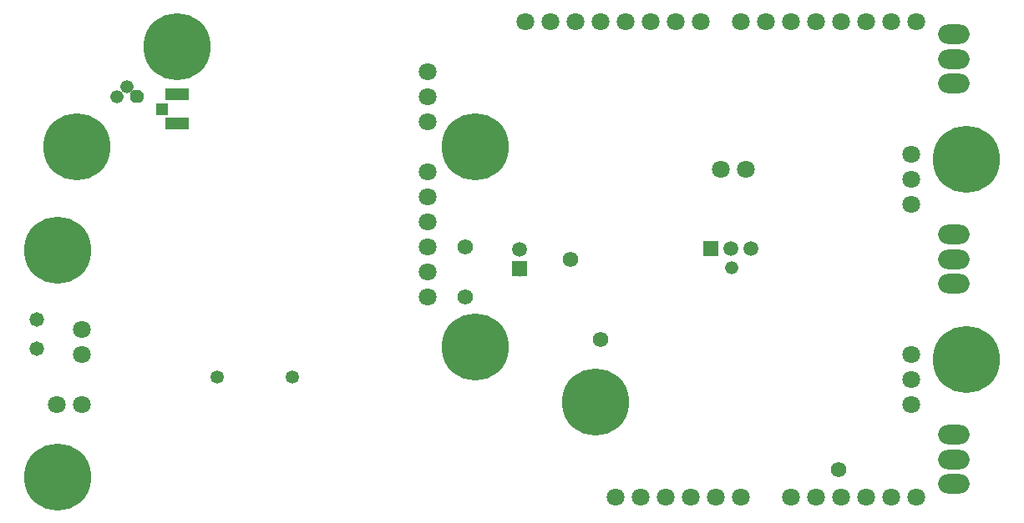
<source format=gbs>
G04*
G04 #@! TF.GenerationSoftware,Altium Limited,Altium Designer,25.8.1 (18)*
G04*
G04 Layer_Color=16711935*
%FSLAX26Y26*%
%MOIN*%
G70*
G04*
G04 #@! TF.SameCoordinates,277DE813-E379-449B-8D7A-86A471DF349A*
G04*
G04*
G04 #@! TF.FilePolarity,Negative*
G04*
G01*
G75*
%ADD81R,0.094614X0.049339*%
%ADD82R,0.049339X0.047370*%
%ADD90C,0.031622*%
%ADD91C,0.267842*%
%ADD92C,0.017874*%
%ADD93C,0.027874*%
%ADD94C,0.059496*%
%ADD95R,0.059496X0.059496*%
%ADD96C,0.070992*%
%ADD97C,0.028000*%
%ADD98C,0.052488*%
%ADD99P,0.039598X4X270.0*%
%ADD100C,0.058000*%
%ADD101C,0.061811*%
%ADD102O,0.126110X0.076898*%
%ADD103C,0.053150*%
%ADD104R,0.059181X0.059181*%
%ADD105C,0.059181*%
G36*
X-3098985Y1626218D02*
X-3098470Y1626116D01*
X-3097974Y1625948D01*
X-3097503Y1625716D01*
X-3097068Y1625424D01*
X-3096673Y1625079D01*
X-3085551Y1613957D01*
X-3085206Y1613562D01*
X-3084914Y1613126D01*
X-3084682Y1612656D01*
X-3084514Y1612160D01*
X-3084412Y1611645D01*
X-3084377Y1611122D01*
Y1588878D01*
X-3084412Y1588355D01*
X-3084514Y1587840D01*
X-3084682Y1587344D01*
X-3084914Y1586874D01*
X-3085206Y1586438D01*
X-3085551Y1586043D01*
X-3096673Y1574921D01*
X-3097068Y1574576D01*
X-3097503Y1574284D01*
X-3097974Y1574052D01*
X-3098470Y1573884D01*
X-3098985Y1573782D01*
X-3099508Y1573747D01*
X-3121752D01*
X-3122275Y1573782D01*
X-3122789Y1573884D01*
X-3123286Y1574052D01*
X-3123756Y1574284D01*
X-3124192Y1574576D01*
X-3124586Y1574921D01*
X-3135709Y1586043D01*
X-3136054Y1586438D01*
X-3136346Y1586874D01*
X-3136577Y1587344D01*
X-3136746Y1587840D01*
X-3136848Y1588355D01*
X-3136883Y1588878D01*
Y1611122D01*
X-3136848Y1611645D01*
X-3136746Y1612160D01*
X-3136577Y1612656D01*
X-3136345Y1613126D01*
X-3136054Y1613562D01*
X-3135709Y1613957D01*
X-3124586Y1625079D01*
X-3124192Y1625424D01*
X-3123756Y1625716D01*
X-3123286Y1625948D01*
X-3122789Y1626116D01*
X-3122275Y1626218D01*
X-3121752Y1626253D01*
X-3099508D01*
X-3098985Y1626218D01*
D02*
G37*
D81*
X-2950000Y1491929D02*
D03*
Y1608071D02*
D03*
D82*
X-3010039Y1550000D02*
D03*
D90*
X-1230787Y465239D02*
D03*
X-1194761Y429213D02*
D03*
X-1280000Y478425D02*
D03*
X-1329213Y465239D02*
D03*
X-1365239Y429213D02*
D03*
X-1378425Y380000D02*
D03*
X-1365239Y330787D02*
D03*
X-1329213Y294761D02*
D03*
X-1280000Y281575D02*
D03*
X-1230787Y294761D02*
D03*
X-1194761Y330787D02*
D03*
X-1181575Y380000D02*
D03*
X-3251575Y1400000D02*
D03*
X-3264761Y1350787D02*
D03*
X-3300787Y1314761D02*
D03*
X-3350000Y1301575D02*
D03*
X-3399213Y1314761D02*
D03*
X-3435239Y1350787D02*
D03*
X-3448425Y1400000D02*
D03*
X-3435239Y1449213D02*
D03*
X-3399213Y1485239D02*
D03*
X-3350000Y1498425D02*
D03*
X-3264761Y1449213D02*
D03*
X-3300787Y1485239D02*
D03*
X-2900787Y1885239D02*
D03*
X-2864761Y1849213D02*
D03*
X-2950000Y1898425D02*
D03*
X-2999213Y1885239D02*
D03*
X-3035239Y1849213D02*
D03*
X-3048425Y1800000D02*
D03*
X-3035239Y1750787D02*
D03*
X-2999213Y1714761D02*
D03*
X-2950000Y1701575D02*
D03*
X-2900787Y1714761D02*
D03*
X-2864761Y1750787D02*
D03*
X-2851575Y1800000D02*
D03*
X-1661575Y600000D02*
D03*
X-1674761Y550787D02*
D03*
X-1710787Y514761D02*
D03*
X-1760000Y501575D02*
D03*
X-1809213Y514761D02*
D03*
X-1845239Y550787D02*
D03*
X-1858425Y600000D02*
D03*
X-1845239Y649213D02*
D03*
X-1809213Y685239D02*
D03*
X-1760000Y698425D02*
D03*
X-1674761Y649213D02*
D03*
X-1710787Y685239D02*
D03*
X-1661575Y1400000D02*
D03*
X-1674761Y1350787D02*
D03*
X-1710787Y1314761D02*
D03*
X-1760000Y1301575D02*
D03*
X-1809213Y1314761D02*
D03*
X-1845239Y1350787D02*
D03*
X-1858425Y1400000D02*
D03*
X-1845239Y1449213D02*
D03*
X-1809213Y1485239D02*
D03*
X-1760000Y1498425D02*
D03*
X-1674761Y1449213D02*
D03*
X-1710787Y1485239D02*
D03*
X249213Y635239D02*
D03*
X285239Y599213D02*
D03*
X200000Y648425D02*
D03*
X150787Y635239D02*
D03*
X114761Y599213D02*
D03*
X101575Y550000D02*
D03*
X114761Y500787D02*
D03*
X150787Y464761D02*
D03*
X200000Y451575D02*
D03*
X249213Y464761D02*
D03*
X285239Y500787D02*
D03*
X298425Y550000D02*
D03*
X249213Y1435239D02*
D03*
X285239Y1399213D02*
D03*
X200000Y1448425D02*
D03*
X150787Y1435239D02*
D03*
X114761Y1399213D02*
D03*
X101575Y1350000D02*
D03*
X114761Y1300787D02*
D03*
X150787Y1264761D02*
D03*
X200000Y1251575D02*
D03*
X249213Y1264761D02*
D03*
X285239Y1300787D02*
D03*
X298425Y1350000D02*
D03*
X-3375984Y1069491D02*
D03*
X-3339958Y1033465D02*
D03*
X-3425197Y1082677D02*
D03*
X-3474410Y1069491D02*
D03*
X-3510436Y1033465D02*
D03*
X-3523622Y984252D02*
D03*
X-3510436Y935039D02*
D03*
X-3474410Y899013D02*
D03*
X-3425197Y885827D02*
D03*
X-3375984Y899013D02*
D03*
X-3339958Y935039D02*
D03*
X-3326772Y984252D02*
D03*
X-3375984Y163979D02*
D03*
X-3339958Y127953D02*
D03*
X-3425197Y177165D02*
D03*
X-3474410Y163979D02*
D03*
X-3510436Y127953D02*
D03*
X-3523622Y78740D02*
D03*
X-3510436Y29528D02*
D03*
X-3474410Y-6498D02*
D03*
X-3425197Y-19685D02*
D03*
X-3375984Y-6498D02*
D03*
X-3339958Y29528D02*
D03*
X-3326772Y78740D02*
D03*
D91*
X-1280000Y380000D02*
D03*
X-3350000Y1400000D02*
D03*
X-2950000Y1800000D02*
D03*
X-1760000Y600000D02*
D03*
Y1400000D02*
D03*
X200000Y550000D02*
D03*
Y1350000D02*
D03*
X-3425197Y984252D02*
D03*
Y78740D02*
D03*
D92*
X-1580000Y890000D02*
D03*
D93*
Y990000D02*
D03*
D94*
X-1581653Y989370D02*
D03*
D95*
Y910630D02*
D03*
D96*
X-20000Y470000D02*
D03*
Y370000D02*
D03*
Y570000D02*
D03*
X-860000Y1900000D02*
D03*
X-960000D02*
D03*
X-1060000D02*
D03*
X-1160000D02*
D03*
X-1360000D02*
D03*
X-1560000D02*
D03*
X-1260000D02*
D03*
X-1460000D02*
D03*
X-680000Y1310000D02*
D03*
X-780000D02*
D03*
X-1950000Y800000D02*
D03*
Y900000D02*
D03*
Y1000000D02*
D03*
Y1200000D02*
D03*
Y1100000D02*
D03*
Y1300000D02*
D03*
Y1500000D02*
D03*
X-900000Y0D02*
D03*
X-800000D02*
D03*
X-1950000Y1700000D02*
D03*
X-700000Y0D02*
D03*
X-1000000D02*
D03*
X-3430000Y370000D02*
D03*
X-3330000Y570000D02*
D03*
Y670000D02*
D03*
X-1100000Y0D02*
D03*
X-1200000D02*
D03*
X-700000Y1900000D02*
D03*
X-600000D02*
D03*
X-500000D02*
D03*
X-400000D02*
D03*
X-300000D02*
D03*
X-200000D02*
D03*
X-100000D02*
D03*
X-0D02*
D03*
X-500000Y0D02*
D03*
X-400000D02*
D03*
X-300000D02*
D03*
X-200000D02*
D03*
X-100000D02*
D03*
X0D02*
D03*
X-20000Y1370000D02*
D03*
Y1270000D02*
D03*
Y1170000D02*
D03*
X-1950000Y1600000D02*
D03*
X-3330000Y370000D02*
D03*
D97*
X-735355Y985355D02*
D03*
D98*
Y914645D02*
D03*
X-3150000Y1639370D02*
D03*
X-3189370Y1600000D02*
D03*
D99*
X-664645Y985355D02*
D03*
D100*
X-3510000Y709000D02*
D03*
Y591000D02*
D03*
D101*
X-310000Y110000D02*
D03*
X-1800000Y800000D02*
D03*
Y1000000D02*
D03*
X-1260000Y630000D02*
D03*
X-1380000Y950000D02*
D03*
D102*
X150000Y150000D02*
D03*
Y248425D02*
D03*
Y51575D02*
D03*
Y1048425D02*
D03*
Y950000D02*
D03*
Y851575D02*
D03*
Y1848425D02*
D03*
Y1651575D02*
D03*
Y1750000D02*
D03*
D103*
X-2490394Y480000D02*
D03*
X-2789606D02*
D03*
D104*
X-818740Y991654D02*
D03*
D105*
X-740000D02*
D03*
X-661260D02*
D03*
M02*

</source>
